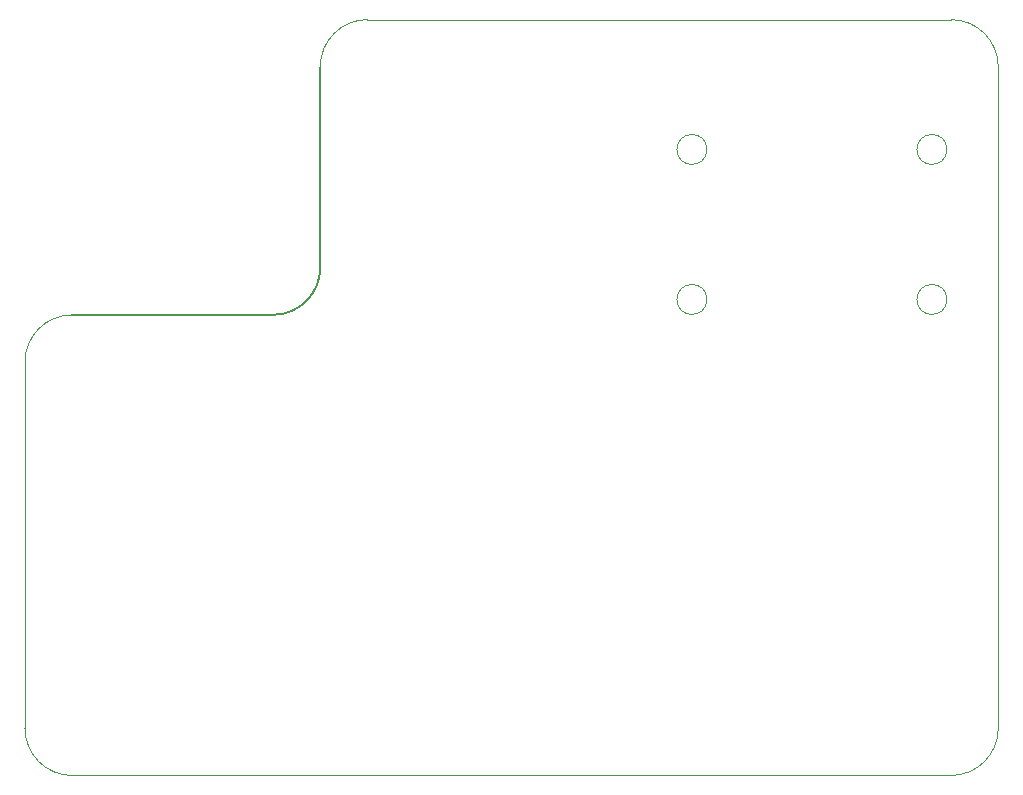
<source format=gbr>
%TF.GenerationSoftware,KiCad,Pcbnew,(7.0.0-0)*%
%TF.CreationDate,2023-04-22T09:58:04-07:00*%
%TF.ProjectId,SensorV2,53656e73-6f72-4563-922e-6b696361645f,rev?*%
%TF.SameCoordinates,Original*%
%TF.FileFunction,Profile,NP*%
%FSLAX46Y46*%
G04 Gerber Fmt 4.6, Leading zero omitted, Abs format (unit mm)*
G04 Created by KiCad (PCBNEW (7.0.0-0)) date 2023-04-22 09:58:04*
%MOMM*%
%LPD*%
G01*
G04 APERTURE LIST*
%TA.AperFunction,Profile*%
%ADD10C,0.150000*%
%TD*%
%TA.AperFunction,Profile*%
%ADD11C,0.100000*%
%TD*%
%TA.AperFunction,Profile*%
%ADD12C,0.120000*%
%TD*%
G04 APERTURE END LIST*
D10*
X46000000Y-80000000D02*
X46000000Y-97000000D01*
D11*
X50000000Y-76000000D02*
X99406573Y-76000000D01*
X21000000Y-136000000D02*
G75*
G03*
X25000000Y-140000000I4000000J0D01*
G01*
D10*
X42000000Y-101000000D02*
G75*
G03*
X46000000Y-97000000I0J4000000D01*
G01*
D11*
X103406573Y-80000000D02*
X103406573Y-136000000D01*
D10*
X42000000Y-101000000D02*
X25000000Y-101000000D01*
D11*
X50000000Y-76000000D02*
G75*
G03*
X46000000Y-80000000I0J-4000000D01*
G01*
X25000000Y-101000000D02*
G75*
G03*
X21000000Y-105000000I0J-4000000D01*
G01*
X99406573Y-140000000D02*
X25000000Y-140000000D01*
X103406600Y-80000000D02*
G75*
G03*
X99406573Y-76000000I-4000000J0D01*
G01*
X21000000Y-136000000D02*
X21000000Y-105000000D01*
X99406573Y-139999973D02*
G75*
G03*
X103406573Y-136000000I27J3999973D01*
G01*
D12*
%TO.C,U5*%
X78740000Y-86995000D02*
G75*
G03*
X78740000Y-86995000I-1270000J0D01*
G01*
X78740000Y-99695000D02*
G75*
G03*
X78740000Y-99695000I-1270000J0D01*
G01*
X99060000Y-86995000D02*
G75*
G03*
X99060000Y-86995000I-1270000J0D01*
G01*
X99060000Y-99695000D02*
G75*
G03*
X99060000Y-99695000I-1270000J0D01*
G01*
%TD*%
M02*

</source>
